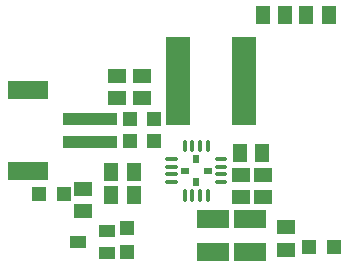
<source format=gbr>
G04 EAGLE Gerber RS-274X export*
G75*
%MOMM*%
%FSLAX34Y34*%
%LPD*%
%INSolderpaste Top*%
%IPPOS*%
%AMOC8*
5,1,8,0,0,1.08239X$1,22.5*%
G01*
%ADD10C,0.350000*%
%ADD11R,0.600000X0.700000*%
%ADD12R,0.700000X0.600000*%
%ADD13R,2.000000X7.500000*%
%ADD14R,1.500000X1.300000*%
%ADD15R,4.600000X1.000000*%
%ADD16R,3.400000X1.600000*%
%ADD17R,1.300000X1.500000*%
%ADD18R,1.200000X1.200000*%
%ADD19R,1.300000X1.200000*%
%ADD20R,1.200000X1.300000*%
%ADD21R,1.400000X1.000000*%
%ADD22R,2.700000X1.600000*%


D10*
X187200Y70720D02*
X180200Y70720D01*
X180200Y77220D02*
X187200Y77220D01*
X187200Y83720D02*
X180200Y83720D01*
X180200Y90220D02*
X187200Y90220D01*
X172450Y97970D02*
X172450Y104970D01*
X165950Y104970D02*
X165950Y97970D01*
X159450Y97970D02*
X159450Y104970D01*
X152950Y104970D02*
X152950Y97970D01*
X145200Y90220D02*
X138200Y90220D01*
X138200Y83720D02*
X145200Y83720D01*
X145200Y77220D02*
X138200Y77220D01*
X138200Y70720D02*
X145200Y70720D01*
X152950Y62970D02*
X152950Y55970D01*
X159450Y55970D02*
X159450Y62970D01*
X165950Y62970D02*
X165950Y55970D01*
X172450Y55970D02*
X172450Y62970D01*
D11*
X162700Y70970D03*
X162700Y89970D03*
D12*
X172200Y80470D03*
X153200Y80470D03*
D13*
X147440Y156500D03*
X203440Y156500D03*
D14*
X116840Y141630D03*
X116840Y160630D03*
D15*
X72560Y104300D03*
X72560Y124300D03*
D16*
X20560Y80300D03*
X20560Y148300D03*
D14*
X200660Y57810D03*
X200660Y76810D03*
X218940Y76820D03*
X218940Y57820D03*
D17*
X218440Y95570D03*
X199440Y95570D03*
X238100Y212090D03*
X219100Y212090D03*
X255930Y212090D03*
X274930Y212090D03*
D18*
X29810Y60640D03*
X50810Y60640D03*
D14*
X66990Y65240D03*
X66990Y46240D03*
D18*
X279150Y15560D03*
X258150Y15560D03*
D14*
X238760Y32360D03*
X238760Y13360D03*
D17*
X90820Y79070D03*
X109820Y79070D03*
D14*
X95250Y141630D03*
X95250Y160630D03*
D19*
X104140Y31750D03*
X104140Y11430D03*
D17*
X90830Y59690D03*
X109830Y59690D03*
D20*
X106680Y105410D03*
X127000Y105410D03*
X127000Y124460D03*
X106680Y124460D03*
D21*
X62930Y19812D03*
X86930Y29312D03*
X86930Y10312D03*
D22*
X208280Y39400D03*
X208280Y11400D03*
X176530Y39400D03*
X176530Y11400D03*
M02*

</source>
